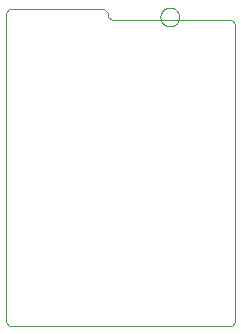
<source format=gko>
G75*
%MOIN*%
%OFA0B0*%
%FSLAX25Y25*%
%IPPOS*%
%LPD*%
%AMOC8*
5,1,8,0,0,1.08239X$1,22.5*
%
%ADD10C,0.00000*%
D10*
X0008237Y0004725D02*
X0009487Y0003475D01*
X0083549Y0003475D01*
X0084799Y0004725D01*
X0084799Y0104100D01*
X0083549Y0105350D01*
X0043549Y0105350D01*
X0042299Y0106600D01*
X0042299Y0107850D01*
X0041049Y0109100D01*
X0009487Y0109100D01*
X0008237Y0107850D01*
X0008237Y0004725D01*
X0059774Y0106472D02*
X0059776Y0106584D01*
X0059782Y0106695D01*
X0059792Y0106807D01*
X0059806Y0106918D01*
X0059823Y0107028D01*
X0059845Y0107138D01*
X0059871Y0107247D01*
X0059900Y0107355D01*
X0059933Y0107461D01*
X0059970Y0107567D01*
X0060011Y0107671D01*
X0060056Y0107774D01*
X0060104Y0107875D01*
X0060155Y0107974D01*
X0060210Y0108071D01*
X0060269Y0108166D01*
X0060330Y0108260D01*
X0060395Y0108351D01*
X0060464Y0108439D01*
X0060535Y0108525D01*
X0060609Y0108609D01*
X0060687Y0108689D01*
X0060767Y0108767D01*
X0060850Y0108843D01*
X0060935Y0108915D01*
X0061023Y0108984D01*
X0061113Y0109050D01*
X0061206Y0109112D01*
X0061301Y0109172D01*
X0061398Y0109228D01*
X0061496Y0109280D01*
X0061597Y0109329D01*
X0061699Y0109374D01*
X0061803Y0109416D01*
X0061908Y0109454D01*
X0062015Y0109488D01*
X0062122Y0109518D01*
X0062231Y0109545D01*
X0062340Y0109567D01*
X0062451Y0109586D01*
X0062561Y0109601D01*
X0062673Y0109612D01*
X0062784Y0109619D01*
X0062896Y0109622D01*
X0063008Y0109621D01*
X0063120Y0109616D01*
X0063231Y0109607D01*
X0063342Y0109594D01*
X0063453Y0109577D01*
X0063563Y0109557D01*
X0063672Y0109532D01*
X0063780Y0109504D01*
X0063887Y0109471D01*
X0063993Y0109435D01*
X0064097Y0109395D01*
X0064200Y0109352D01*
X0064302Y0109305D01*
X0064401Y0109254D01*
X0064499Y0109200D01*
X0064595Y0109142D01*
X0064689Y0109081D01*
X0064780Y0109017D01*
X0064869Y0108950D01*
X0064956Y0108879D01*
X0065040Y0108805D01*
X0065122Y0108729D01*
X0065200Y0108649D01*
X0065276Y0108567D01*
X0065349Y0108482D01*
X0065419Y0108395D01*
X0065485Y0108305D01*
X0065549Y0108213D01*
X0065609Y0108119D01*
X0065666Y0108023D01*
X0065719Y0107924D01*
X0065769Y0107824D01*
X0065815Y0107723D01*
X0065858Y0107619D01*
X0065897Y0107514D01*
X0065932Y0107408D01*
X0065963Y0107301D01*
X0065991Y0107192D01*
X0066014Y0107083D01*
X0066034Y0106973D01*
X0066050Y0106862D01*
X0066062Y0106751D01*
X0066070Y0106640D01*
X0066074Y0106528D01*
X0066074Y0106416D01*
X0066070Y0106304D01*
X0066062Y0106193D01*
X0066050Y0106082D01*
X0066034Y0105971D01*
X0066014Y0105861D01*
X0065991Y0105752D01*
X0065963Y0105643D01*
X0065932Y0105536D01*
X0065897Y0105430D01*
X0065858Y0105325D01*
X0065815Y0105221D01*
X0065769Y0105120D01*
X0065719Y0105020D01*
X0065666Y0104921D01*
X0065609Y0104825D01*
X0065549Y0104731D01*
X0065485Y0104639D01*
X0065419Y0104549D01*
X0065349Y0104462D01*
X0065276Y0104377D01*
X0065200Y0104295D01*
X0065122Y0104215D01*
X0065040Y0104139D01*
X0064956Y0104065D01*
X0064869Y0103994D01*
X0064780Y0103927D01*
X0064689Y0103863D01*
X0064595Y0103802D01*
X0064499Y0103744D01*
X0064401Y0103690D01*
X0064302Y0103639D01*
X0064200Y0103592D01*
X0064097Y0103549D01*
X0063993Y0103509D01*
X0063887Y0103473D01*
X0063780Y0103440D01*
X0063672Y0103412D01*
X0063563Y0103387D01*
X0063453Y0103367D01*
X0063342Y0103350D01*
X0063231Y0103337D01*
X0063120Y0103328D01*
X0063008Y0103323D01*
X0062896Y0103322D01*
X0062784Y0103325D01*
X0062673Y0103332D01*
X0062561Y0103343D01*
X0062451Y0103358D01*
X0062340Y0103377D01*
X0062231Y0103399D01*
X0062122Y0103426D01*
X0062015Y0103456D01*
X0061908Y0103490D01*
X0061803Y0103528D01*
X0061699Y0103570D01*
X0061597Y0103615D01*
X0061496Y0103664D01*
X0061398Y0103716D01*
X0061301Y0103772D01*
X0061206Y0103832D01*
X0061113Y0103894D01*
X0061023Y0103960D01*
X0060935Y0104029D01*
X0060850Y0104101D01*
X0060767Y0104177D01*
X0060687Y0104255D01*
X0060609Y0104335D01*
X0060535Y0104419D01*
X0060464Y0104505D01*
X0060395Y0104593D01*
X0060330Y0104684D01*
X0060269Y0104778D01*
X0060210Y0104873D01*
X0060155Y0104970D01*
X0060104Y0105069D01*
X0060056Y0105170D01*
X0060011Y0105273D01*
X0059970Y0105377D01*
X0059933Y0105483D01*
X0059900Y0105589D01*
X0059871Y0105697D01*
X0059845Y0105806D01*
X0059823Y0105916D01*
X0059806Y0106026D01*
X0059792Y0106137D01*
X0059782Y0106249D01*
X0059776Y0106360D01*
X0059774Y0106472D01*
M02*

</source>
